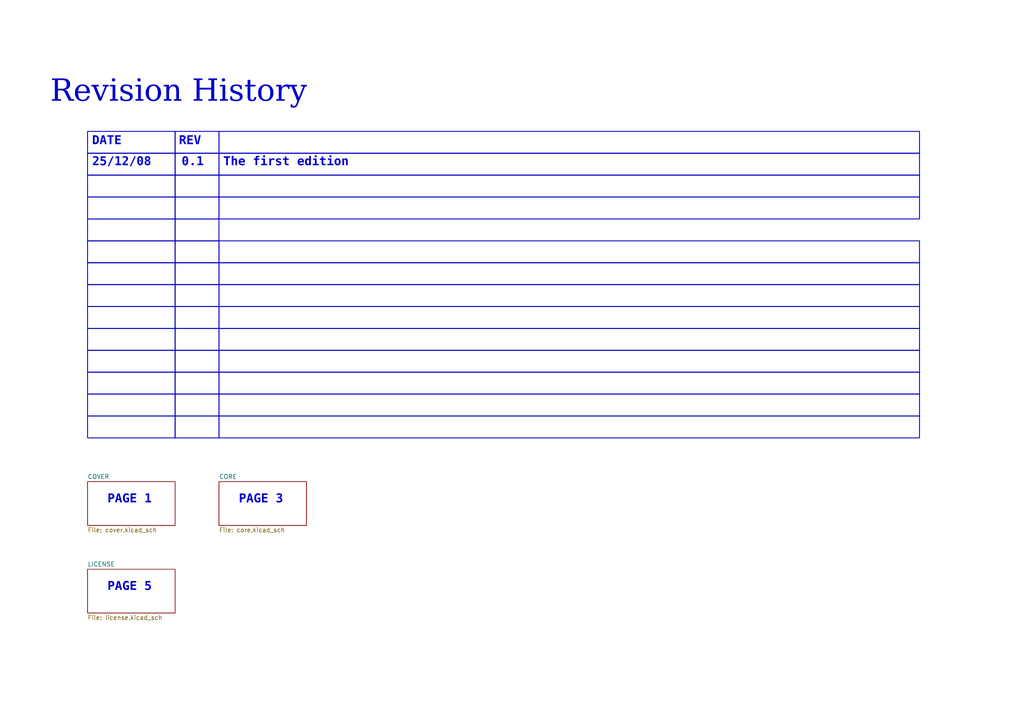
<source format=kicad_sch>
(kicad_sch
	(version 20250114)
	(generator "eeschema")
	(generator_version "9.0")
	(uuid "8da7a9a2-1f9b-4337-9ece-bda830a0d81e")
	(paper "A4")
	(lib_symbols)
	(rectangle
		(start 25.4 44.45)
		(end 50.8 50.8)
		(stroke
			(width 0.254)
			(type default)
		)
		(fill
			(type none)
		)
		(uuid 0a89d8a9-b33a-4a5e-8f18-9eb46cfb3ca0)
	)
	(rectangle
		(start 25.4 82.55)
		(end 50.8 88.9)
		(stroke
			(width 0.254)
			(type default)
		)
		(fill
			(type none)
		)
		(uuid 0e1ec58c-bcc1-4c8a-84bd-b2312bd70a97)
	)
	(rectangle
		(start 50.8 88.9)
		(end 63.5 95.25)
		(stroke
			(width 0.254)
			(type default)
		)
		(fill
			(type none)
		)
		(uuid 14124d74-a034-42f1-8d86-7a8c5f024106)
	)
	(rectangle
		(start 50.8 69.85)
		(end 63.5 76.2)
		(stroke
			(width 0.254)
			(type default)
		)
		(fill
			(type none)
		)
		(uuid 1573ab5a-8e53-4fbe-b60f-287f7fdb1676)
	)
	(rectangle
		(start 50.8 57.15)
		(end 63.5 63.5)
		(stroke
			(width 0.254)
			(type default)
		)
		(fill
			(type none)
		)
		(uuid 157f2845-868b-43c1-9baf-61740c529d61)
	)
	(rectangle
		(start 25.4 76.2)
		(end 50.8 82.55)
		(stroke
			(width 0.254)
			(type default)
		)
		(fill
			(type none)
		)
		(uuid 18114dec-072a-4c0d-a5b1-b9b3298fc504)
	)
	(rectangle
		(start 50.8 107.95)
		(end 63.5 114.3)
		(stroke
			(width 0.254)
			(type default)
		)
		(fill
			(type none)
		)
		(uuid 1a288bb6-48fe-4cce-a9e6-e5f9b2fe45e7)
	)
	(rectangle
		(start 25.4 107.95)
		(end 50.8 114.3)
		(stroke
			(width 0.254)
			(type default)
		)
		(fill
			(type none)
		)
		(uuid 237a9f71-e073-4594-b4a4-d16e6be0e6f0)
	)
	(rectangle
		(start 25.4 88.9)
		(end 50.8 95.25)
		(stroke
			(width 0.254)
			(type default)
		)
		(fill
			(type none)
		)
		(uuid 2b5d1394-36f5-4b09-9385-b54866fb36df)
	)
	(rectangle
		(start 25.4 95.25)
		(end 50.8 101.6)
		(stroke
			(width 0.254)
			(type default)
		)
		(fill
			(type none)
		)
		(uuid 3934e8bf-b580-4793-b429-ec3f367a35d0)
	)
	(rectangle
		(start 25.4 114.3)
		(end 50.8 120.65)
		(stroke
			(width 0.254)
			(type default)
		)
		(fill
			(type none)
		)
		(uuid 54ba7de3-1882-4ce6-9e84-c75df9ab0dfe)
	)
	(rectangle
		(start 50.8 44.45)
		(end 63.5 50.8)
		(stroke
			(width 0.254)
			(type default)
		)
		(fill
			(type none)
		)
		(uuid 56e1855d-1c67-4faa-b567-c5942fe2f69d)
	)
	(rectangle
		(start 25.4 101.6)
		(end 50.8 107.95)
		(stroke
			(width 0.254)
			(type default)
		)
		(fill
			(type none)
		)
		(uuid 7f4dbf3c-009f-4b1e-a6b4-ab28554c2308)
	)
	(rectangle
		(start 25.4 38.1)
		(end 50.8 44.45)
		(stroke
			(width 0.254)
			(type default)
		)
		(fill
			(type none)
		)
		(uuid 7f8674e4-889e-4609-b394-c50cc8419301)
	)
	(rectangle
		(start 25.4 50.8)
		(end 50.8 57.15)
		(stroke
			(width 0.254)
			(type default)
		)
		(fill
			(type none)
		)
		(uuid 88d37935-830d-41d5-8d17-89398720085a)
	)
	(rectangle
		(start 50.8 38.1)
		(end 63.5 44.45)
		(stroke
			(width 0.254)
			(type default)
		)
		(fill
			(type none)
		)
		(uuid 8e7326e3-e039-46be-9899-a1f8e604ace4)
	)
	(rectangle
		(start 50.8 114.3)
		(end 63.5 120.65)
		(stroke
			(width 0.254)
			(type default)
		)
		(fill
			(type none)
		)
		(uuid 9b3cc77b-ed3e-4ff0-830a-140191537741)
	)
	(rectangle
		(start 50.8 63.5)
		(end 63.5 69.85)
		(stroke
			(width 0.254)
			(type default)
		)
		(fill
			(type none)
		)
		(uuid a07c4f75-dba5-4eac-b5ba-7adadd863422)
	)
	(rectangle
		(start 50.8 76.2)
		(end 63.5 82.55)
		(stroke
			(width 0.254)
			(type default)
		)
		(fill
			(type none)
		)
		(uuid a417c095-1e39-4c92-bffd-ce0f5590c506)
	)
	(rectangle
		(start 50.8 50.8)
		(end 63.5 57.15)
		(stroke
			(width 0.254)
			(type default)
		)
		(fill
			(type none)
		)
		(uuid a58f5790-c4d8-4901-989b-3e26ced89b80)
	)
	(rectangle
		(start 50.8 120.65)
		(end 63.5 127)
		(stroke
			(width 0.254)
			(type default)
		)
		(fill
			(type none)
		)
		(uuid b0c3a912-ad4f-4d33-ae52-3bda8901002e)
	)
	(rectangle
		(start 50.8 101.6)
		(end 63.5 107.95)
		(stroke
			(width 0.254)
			(type default)
		)
		(fill
			(type none)
		)
		(uuid d4ec2f0e-4128-483c-bc34-b3c1dc838d1e)
	)
	(rectangle
		(start 50.8 82.55)
		(end 63.5 88.9)
		(stroke
			(width 0.254)
			(type default)
		)
		(fill
			(type none)
		)
		(uuid ec1089c0-0075-4444-966f-83204f404c3e)
	)
	(rectangle
		(start 25.4 69.85)
		(end 50.8 76.2)
		(stroke
			(width 0.254)
			(type default)
		)
		(fill
			(type none)
		)
		(uuid f30c8d96-3d7e-4f19-9075-eca238f54576)
	)
	(rectangle
		(start 25.4 63.5)
		(end 50.8 69.85)
		(stroke
			(width 0.254)
			(type default)
		)
		(fill
			(type none)
		)
		(uuid f39a296e-27cb-418e-aac5-f5038089852e)
	)
	(rectangle
		(start 50.8 95.25)
		(end 63.5 101.6)
		(stroke
			(width 0.254)
			(type default)
		)
		(fill
			(type none)
		)
		(uuid f7507762-dd71-4f5d-956d-a8de4cf14a5d)
	)
	(rectangle
		(start 25.4 57.15)
		(end 50.8 63.5)
		(stroke
			(width 0.254)
			(type default)
		)
		(fill
			(type none)
		)
		(uuid fd23cf2b-4e96-4143-b455-74e767d2ae69)
	)
	(rectangle
		(start 25.4 120.65)
		(end 50.8 127)
		(stroke
			(width 0.254)
			(type default)
		)
		(fill
			(type none)
		)
		(uuid fdc3e693-f336-4114-b35f-87baff90f684)
	)
	(text "REV"
		(exclude_from_sim no)
		(at 55.118 41.656 0)
		(effects
			(font
				(face "Courier New")
				(size 2.54 2.54)
				(thickness 0.254)
				(bold yes)
			)
		)
		(uuid "48d76043-dcd4-48d9-9918-2c042d1af73e")
	)
	(text "PAGE 1"
		(exclude_from_sim no)
		(at 37.592 145.542 0)
		(effects
			(font
				(face "Courier New")
				(size 2.54 2.54)
				(thickness 0.254)
				(bold yes)
			)
		)
		(uuid "4f7a896c-2f2a-43da-8ca8-3693340b528b")
	)
	(text "25/12/08"
		(exclude_from_sim no)
		(at 35.306 47.752 0)
		(effects
			(font
				(face "Courier New")
				(size 2.54 2.54)
				(thickness 0.508)
				(bold yes)
			)
		)
		(uuid "82f72a77-7374-4c43-a953-27c23cb7ab2a")
	)
	(text "Revision History"
		(exclude_from_sim no)
		(at 51.816 28.448 0)
		(effects
			(font
				(face "Times New Roman")
				(size 6.35 6.35)
				(italic yes)
			)
		)
		(uuid "8397c48e-d064-4e22-840a-b15ab7957d69")
	)
	(text "DATE"
		(exclude_from_sim no)
		(at 30.988 41.656 0)
		(effects
			(font
				(face "Courier New")
				(size 2.54 2.54)
				(thickness 0.254)
				(bold yes)
			)
		)
		(uuid "cfe7ff61-2980-4926-bc4d-58e303e270c7")
	)
	(text "PAGE 5"
		(exclude_from_sim no)
		(at 37.592 170.942 0)
		(effects
			(font
				(face "Courier New")
				(size 2.54 2.54)
				(thickness 0.254)
				(bold yes)
			)
		)
		(uuid "d03dda8a-c927-432a-85ca-a42fbec72eb1")
	)
	(text "PAGE 3"
		(exclude_from_sim no)
		(at 75.692 145.542 0)
		(effects
			(font
				(face "Courier New")
				(size 2.54 2.54)
				(thickness 0.254)
				(bold yes)
			)
		)
		(uuid "d55ada6f-e040-4995-b853-35c747ec1c84")
	)
	(text "The first edition"
		(exclude_from_sim no)
		(at 64.77 47.752 0)
		(effects
			(font
				(face "Courier New")
				(size 2.54 2.54)
				(thickness 0.508)
				(bold yes)
			)
			(justify left)
		)
		(uuid "e356afd2-2152-43d9-9121-57babe66f482")
	)
	(text "0.1"
		(exclude_from_sim no)
		(at 55.88 47.752 0)
		(effects
			(font
				(face "Courier New")
				(size 2.54 2.54)
				(thickness 0.508)
				(bold yes)
			)
		)
		(uuid "e4024b8b-f3d0-42fd-a279-aa89c4092bba")
	)
	(text_box ""
		(exclude_from_sim no)
		(at 63.5 107.95 0)
		(size 203.2 6.35)
		(margins 1.0795 1.0795 1.0795 1.0795)
		(stroke
			(width 0.254)
			(type default)
		)
		(fill
			(type none)
		)
		(effects
			(font
				(size 1.27 1.27)
				(thickness 0.254)
				(bold yes)
			)
			(justify left top)
		)
		(uuid "24f2caf5-fb67-4e48-9b56-81b331b6671b")
	)
	(text_box ""
		(exclude_from_sim no)
		(at 63.5 50.8 0)
		(size 203.2 6.35)
		(margins 1.0795 1.0795 1.0795 1.0795)
		(stroke
			(width 0.254)
			(type default)
		)
		(fill
			(type none)
		)
		(effects
			(font
				(size 1.27 1.27)
				(thickness 0.254)
				(bold yes)
			)
			(justify left top)
		)
		(uuid "278e3d24-3fa3-4eb4-bb48-bec777c5ef90")
	)
	(text_box ""
		(exclude_from_sim no)
		(at 63.5 114.3 0)
		(size 203.2 6.35)
		(margins 1.0795 1.0795 1.0795 1.0795)
		(stroke
			(width 0.254)
			(type default)
		)
		(fill
			(type none)
		)
		(effects
			(font
				(size 1.27 1.27)
				(thickness 0.254)
				(bold yes)
			)
			(justify left top)
		)
		(uuid "3af57426-a42c-44c3-b8b8-326afa241949")
	)
	(text_box ""
		(exclude_from_sim no)
		(at 63.5 57.15 0)
		(size 203.2 6.35)
		(margins 1.0795 1.0795 1.0795 1.0795)
		(stroke
			(width 0.254)
			(type default)
		)
		(fill
			(type none)
		)
		(effects
			(font
				(size 1.27 1.27)
				(thickness 0.254)
				(bold yes)
			)
			(justify left top)
		)
		(uuid "40327c5a-d8c7-4a66-b298-0428281bb25a")
	)
	(text_box ""
		(exclude_from_sim no)
		(at 63.5 69.85 0)
		(size 203.2 6.35)
		(margins 1.0795 1.0795 1.0795 1.0795)
		(stroke
			(width 0.254)
			(type default)
		)
		(fill
			(type none)
		)
		(effects
			(font
				(size 1.27 1.27)
				(thickness 0.254)
				(bold yes)
			)
			(justify left top)
		)
		(uuid "4193bad2-358c-4574-baaf-b98a3168e766")
	)
	(text_box ""
		(exclude_from_sim no)
		(at 63.5 101.6 0)
		(size 203.2 6.35)
		(margins 1.0795 1.0795 1.0795 1.0795)
		(stroke
			(width 0.254)
			(type default)
		)
		(fill
			(type none)
		)
		(effects
			(font
				(size 1.27 1.27)
				(thickness 0.254)
				(bold yes)
			)
			(justify left top)
		)
		(uuid "590c9ad5-8f67-4911-a49a-6c9ed4dfad80")
	)
	(text_box ""
		(exclude_from_sim no)
		(at 63.5 76.2 0)
		(size 203.2 6.35)
		(margins 1.0795 1.0795 1.0795 1.0795)
		(stroke
			(width 0.254)
			(type default)
		)
		(fill
			(type none)
		)
		(effects
			(font
				(size 1.27 1.27)
				(thickness 0.254)
				(bold yes)
			)
			(justify left top)
		)
		(uuid "5e129b7a-f959-4296-9627-d23744dde30d")
	)
	(text_box ""
		(exclude_from_sim no)
		(at 63.5 44.45 0)
		(size 203.2 6.35)
		(margins 1.0795 1.0795 1.0795 1.0795)
		(stroke
			(width 0.254)
			(type default)
		)
		(fill
			(type none)
		)
		(effects
			(font
				(size 1.27 1.27)
				(thickness 0.254)
				(bold yes)
			)
			(justify left top)
		)
		(uuid "7b12c8da-b748-4c7b-8be2-097854d567f1")
	)
	(text_box ""
		(exclude_from_sim no)
		(at 63.5 82.55 0)
		(size 203.2 6.35)
		(margins 1.0795 1.0795 1.0795 1.0795)
		(stroke
			(width 0.254)
			(type default)
		)
		(fill
			(type none)
		)
		(effects
			(font
				(size 1.27 1.27)
				(thickness 0.254)
				(bold yes)
			)
			(justify left top)
		)
		(uuid "8656a22a-9252-4466-9b4d-41d520e0cf2b")
	)
	(text_box ""
		(exclude_from_sim no)
		(at 63.5 120.65 0)
		(size 203.2 6.35)
		(margins 1.0795 1.0795 1.0795 1.0795)
		(stroke
			(width 0.254)
			(type default)
		)
		(fill
			(type none)
		)
		(effects
			(font
				(size 1.27 1.27)
				(thickness 0.254)
				(bold yes)
			)
			(justify left top)
		)
		(uuid "a213cf99-d3b8-49dd-b2e0-0bde0d4ef31f")
	)
	(text_box ""
		(exclude_from_sim no)
		(at 63.5 88.9 0)
		(size 203.2 6.35)
		(margins 1.0795 1.0795 1.0795 1.0795)
		(stroke
			(width 0.254)
			(type default)
		)
		(fill
			(type none)
		)
		(effects
			(font
				(size 1.27 1.27)
				(thickness 0.254)
				(bold yes)
			)
			(justify left top)
		)
		(uuid "b03794ab-0f32-44f3-aa24-dfb9f8f96e33")
	)
	(text_box ""
		(exclude_from_sim no)
		(at 63.5 38.1 0)
		(size 203.2 6.35)
		(margins 1.0795 1.0795 1.0795 1.0795)
		(stroke
			(width 0.254)
			(type default)
		)
		(fill
			(type none)
		)
		(effects
			(font
				(size 1.27 1.27)
				(thickness 0.254)
				(bold yes)
			)
			(justify left top)
		)
		(uuid "b7d245cf-cc7a-4ac5-8f41-93d7041edf55")
	)
	(text_box ""
		(exclude_from_sim no)
		(at 63.5 95.25 0)
		(size 203.2 6.35)
		(margins 1.0795 1.0795 1.0795 1.0795)
		(stroke
			(width 0.254)
			(type default)
		)
		(fill
			(type none)
		)
		(effects
			(font
				(size 1.27 1.27)
				(thickness 0.254)
				(bold yes)
			)
			(justify left top)
		)
		(uuid "c7ce703d-c9b1-4294-9b46-2704372d01bf")
	)
	(sheet
		(at 25.4 165.1)
		(size 25.4 12.7)
		(exclude_from_sim no)
		(in_bom yes)
		(on_board yes)
		(dnp no)
		(fields_autoplaced yes)
		(stroke
			(width 0.1524)
			(type solid)
		)
		(fill
			(color 0 0 0 0.0000)
		)
		(uuid "0e245e28-2204-4e99-b558-c4a5c65fdc2d")
		(property "Sheetname" "LICENSE"
			(at 25.4 164.3884 0)
			(effects
				(font
					(size 1.27 1.27)
				)
				(justify left bottom)
			)
		)
		(property "Sheetfile" "license.kicad_sch"
			(at 25.4 178.3846 0)
			(effects
				(font
					(size 1.27 1.27)
				)
				(justify left top)
			)
		)
		(instances
			(project "csiconv"
				(path "/8da7a9a2-1f9b-4337-9ece-bda830a0d81e"
					(page "4")
				)
			)
		)
	)
	(sheet
		(at 25.4 139.7)
		(size 25.4 12.7)
		(exclude_from_sim no)
		(in_bom yes)
		(on_board yes)
		(dnp no)
		(fields_autoplaced yes)
		(stroke
			(width 0.1524)
			(type solid)
		)
		(fill
			(color 0 0 0 0.0000)
		)
		(uuid "5bf926a8-35f5-449e-aca3-d0ab59fe1f08")
		(property "Sheetname" "COVER"
			(at 25.4 138.9884 0)
			(effects
				(font
					(size 1.27 1.27)
				)
				(justify left bottom)
			)
		)
		(property "Sheetfile" "cover.kicad_sch"
			(at 25.4 152.9846 0)
			(effects
				(font
					(size 1.27 1.27)
				)
				(justify left top)
			)
		)
		(instances
			(project "csiconv"
				(path "/8da7a9a2-1f9b-4337-9ece-bda830a0d81e"
					(page "2")
				)
			)
		)
	)
	(sheet
		(at 63.5 139.7)
		(size 25.4 12.7)
		(exclude_from_sim no)
		(in_bom yes)
		(on_board yes)
		(dnp no)
		(fields_autoplaced yes)
		(stroke
			(width 0.1524)
			(type solid)
		)
		(fill
			(color 0 0 0 0.0000)
		)
		(uuid "f5e1b088-17da-4d7b-9d04-11ab66085a21")
		(property "Sheetname" "CORE"
			(at 63.5 138.9884 0)
			(effects
				(font
					(size 1.27 1.27)
				)
				(justify left bottom)
			)
		)
		(property "Sheetfile" "core.kicad_sch"
			(at 63.5 152.9846 0)
			(effects
				(font
					(size 1.27 1.27)
				)
				(justify left top)
			)
		)
		(instances
			(project "csiconv"
				(path "/8da7a9a2-1f9b-4337-9ece-bda830a0d81e"
					(page "3")
				)
			)
		)
	)
	(sheet_instances
		(path "/"
			(page "1")
		)
	)
	(embedded_fonts no)
)

</source>
